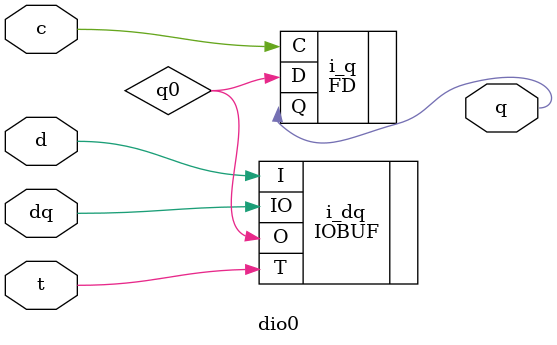
<source format=v>
/*
** -----------------------------------------------------------------------------**
** ioports353.v
**
** I/O pads related circuitry
**
** Copyright (C) 2002-2008 Elphel, Inc.
**
** -----------------------------------------------------------------------------**
**  This file is part of X353
**  X353 is free software - hardware description language (HDL) code.
** 
**  This program is free software: you can redistribute it and/or modify
**  it under the terms of the GNU General Public License as published by
**  the Free Software Foundation, either version 3 of the License, or
**  (at your option) any later version.
**
**  This program is distributed in the hope that it will be useful,
**  but WITHOUT ANY WARRANTY; without even the implied warranty of
**  MERCHANTABILITY or FITNESS FOR A PARTICULAR PURPOSE.  See the
**  GNU General Public License for more details.
**
**  You should have received a copy of the GNU General Public License
**  along with this program.  If not, see <http://www.gnu.org/licenses/>.
** -----------------------------------------------------------------------------**
**
*/
`timescale 1 ns / 1 ps

module dmapads (dreq0,dack0,idreq0,idack0,dreq1,dack1,idreq1,idack1);
	output	dreq0,dreq1;
	input	dack0,dack1;
	input	idreq0,idreq1;
	output	idack0,idack1;
	OBUF i_dreq0 (.I(idreq0), .O(dreq0));

     IBUF  i_dack0 (.I(dack0),  .O(idack0));
	OBUF i_dreq1 (.I(idreq1), .O(dreq1));
     IBUF      i_dack1 (.I(dack1),  .O(idack1));
endmodule




module i2cpads (sda,scl,sda_o,sda_i,sda_en,scl_o,scl_i,scl_en);
	inout		sda;
	inout		scl;
	input		sda_o;
	input		sda_en;
	output	sda_i;
	input		scl_o;
	input		scl_en;
	output	scl_i;
 IOBUF i_sda0 (.I(sda_o), .T(!sda_en), .O(sda_i), .IO(sda));
 IOBUF i_scl0 (.I(scl_o), .T(!scl_en), .O(scl_i), .IO(scl));
endmodule

module sysinterface(clk,
                    drv_bus,            // drive system bus (to write to system memory)
                    d,                  // 32 bit D[31:0] data pads
                    oe,                 // OE pad
                    ce,                 // CE pad (zero wait states)
                    ce1,                // CE1 pad (EW=1)
                    we,                 // WE pad
                    a,                  // 13 bit A[12:0] pads
                    iod,                // internal 32-bit data out (FPGA->CPU) bus
// as of v. 03533016 idi[31:16] is valid with da_*, twr_* and one cycle after,
// idi[15:0] is multiplexed: withda_*, twr_*it has di[15:0], next cycle = di[31:16]
                    idi,                // internal 32-bit data in, synchronous to clk
                    ia,                 // internal 8-bit address bus (fast - directly from I/O pads)
                    as,                 // internal 8-bit address bus (synchronized to clk)
                    am,                 // multiplexed addr - switching between ia and as
                    wnr,                // write/not read, sync with clk
                    da_ctl,             // WE to control 32-bit register (1 loc)
                    da_dmamode,         // select writing to dma_cntr/dma_raw (1 loc)
                    da_sensormode,      // select writing to sensorpix (1 loc)
                    da_virttrig,        // write virtual trigger threshold
                    da_sensortrig,      // sensor control: bit0 continuous, bit1 - external, bit2 - enable
                    da_sensortrig_lines,// write number of lines to be transferred in a frame (or aftre trigger)
                    da_dswe,            // select reading/writing to mcontr (16 locations)
                    da_init_ch3,        // write to init cnhannel 3 (will reset address r/w)
                    da_next_ch3,        // advance to the next channel3 page, reset address
                    da_mem,             // read/write to SDRAM buffer, autoincrement address
                                        // in read mode - needs CE1 to autoincrement!
                    da_hist,            // 0x40..0x43  write/read histogram related data/registers
                                        // 40 - {top, left}
                                        // 41 - {height-1, width-1}
                                        // 42 - hist. data start address (will also read pointed word to output word
                                        // 43 - read histogram (with CE1 to autoincrement)
                    da_pre_hist,        // wire - ahead of da_hist
                    da_rtc,             // 44 - write microseconds (actual write will happen after writing seconds)
                                        // 45 - write seconds
                                        // 46 - write correction (16 bit, signed
                                        // 47 - nop, just latch the output 32+20 bits to read to CPU). Maybe nop (or 2 writes) are needed between read.
                    da_timestamp,       // 48 - write timesatmp mode (0 - off, 1 - normal frames, 1 photo-finish)
                    da_sens_dc,         // write clock divisor for sensor DCDC converter
                    da_interrupts,      // interrupt control 0x1c..0x1f
                    da_compressor,      // 0x0c - 0x0f - will be farther decoded in the compressor module
                    da_dcm,             // tune SDRAM clock
                    da_saturation,      // write color saturation vaues (currently 10 bits
                    da_framesync_dly,
                    da_io_pins,         // write i/o pins control (for 6 pins to connector J2) - 0x70
                    da_pio_dmafifo,     // increment address of the DMA FIFO(S) (PIO mode should be enabled in the desired channel)
                    da_xjtag,           // write to external (sensor board) JTAG
						  da_extsync,         // control of external sync module 0x78 - 0x7b
						  da_i2c,             // i2c_writeonly control (0x50 - 0x5f)
						  da_irq_smart,       // single IRQ control (0x1a)
                    ta,                 // [10:0] table address - will be valid at twr_xx and one cycle beforfe (@ negedge clk)
                    twr_quant,          // write enable to quantization table (@negedge clk - addr and data valid this cycle and one before)
                    twr_huff,           // write enable to huffman table (@negedge clk - addr and data valid this cycle and one before)
                    twr_gamma,          // write enable to "gamma" table (@negedge clk - addr and data valid this cycle and one before)
                    twr_focus,          // write enable to "focus" table (@negedge clk - addr and data valid this cycle and one before)
                    dcmrst,             // (emergency)async DCM reset Seems SE hangs if the frequency changed on the fly
//                    goe                 //global clock- OE
                    ioe                 // OE after IBUF
                    );
    input            clk;
    input            drv_bus;
    inout	[31:0]	d;
    input				oe;
    input				ce;
    input				ce1;
    input				we;
    inout	[12:0]	a;
    input	[31:0]	iod;
    output	[31:0]	idi;
    output	 [7:0]	ia;
    output	 [7:0]	as; // output clock-synchronous address
    output   [7:0]   am;
    output           wnr;
    output  [11:0]   ta;
    output           twr_quant;
    output           twr_huff;
    output           twr_gamma;
	 output           twr_focus;

    output           da_ctl;				// WE to control 32-bit register (1 loc)
    output           da_dmamode;			// select writing to dma_cntr/dma_raw (1 loc)
    output           da_sensormode;		// select writing to sensorpix (1 loc)
    output           da_virttrig;		// write virtual trigger threshold
    output           da_sensortrig;		// sensor control: bit0 continuous, bit1 - external, bit2 - enable
    output           da_sensortrig_lines;	// write number of lines to be transferred in a frame (or aftre trigger)
    output           da_dswe;				// select reading/writing to mcontr (16 locations)
    output           da_init_ch3;      // write to init cnhannel 3 (will reset address r/w)
    output           da_next_ch3;      // advance to the next channel3 page, reset address
    output           da_mem;				// read/write to SDRAM buffer, autoincrement address
                                       // in read mode - needs CE1 to autoincrement!
    output           da_sens_dc;			// write clock divisor for sensor DCDC converter
    output           da_interrupts;    // interrupt mask
    output           da_compressor;    // 0x0c - 0x0f - will be farther decoded in the compressor module
    output           da_dcm;           // tune SDRAM clock
    output           da_saturation;    // write color saturation vaues (currently 10 bits
    output           da_hist;			   // write/read histogram related data/registers
    output           da_pre_hist;
    output           da_framesync_dly;
    output           da_io_pins;         // write i/o pins control (for 6 pins to connector J2) - 0x70
    
	 output           da_rtc;
    output           da_timestamp;       // 48 - write timesatmp mode (0 - off, 1 - normal frames, 1 photo-finish)
    output           dcmrst;             // async
    output           da_pio_dmafifo;     // increment address of the DMA FIFO(S) (PIO mode should be enabled in the desired channel)
    output           da_xjtag;           // write to external (sensor board) JTAG
	 output           da_extsync;         // control of external sync module 0x78 - 0x7b
	 output           da_i2c;             // i2c_writeonly control (0x50 - 0x5f)
	 output           da_irq_smart;       // single IRQ control (0x1a)
	 
//    output           goe;
    output           ioe;
     reg             dcmrst;
	 wire				cwr;
	 wire				iwe;
	 reg	[31:0]	idi;
	 wire				t;
	 wire				ioe;
	 wire				ice;
	 wire				ice1;

    wire          irnw; 

    reg  [ 7:0]   a0; // sampled at posedge of oe/wr
    wire [ 7:0]   ial; // sampled at posedge of oe/wr

    reg           wnr0, wnr;
    wire [31:0]   id0; 
    reg  [ 7:0]   as; // output clock-synchronous address

   reg            da_ctl0,             da_ctl;				// WE to control 32-bit register (1 loc)
   reg            da_dmamode0,         da_dmamode;			// select writing to dma_cntr/dma_raw (1 loc)
   reg            da_sensormode0,      da_sensormode;		// select writing to sensorpix (1 loc)
   reg            da_virttrig0,        da_virttrig;		// write virtual trigger threshold
   reg            da_sensortrig0,      da_sensortrig;		// sensor control: bit0 continuous, bit1 - external, bit2 - enable
   reg            da_sensortrig_lines0,da_sensortrig_lines;	// write number of lines to be transferred in a frame (or aftre trigger)
   reg            da_dswe0,            da_dswe;				// select reading/writing to mcontr (16 locations)
   reg            da_init_ch30,        da_init_ch3;      // write to init cnhannel 3 (will reset address r/w)
   reg            da_next_ch30,        da_next_ch3;		// advance to the next channel3 page, reset address
   reg            da_mem0,             da_mem;				// read/write to SDRAM buffer, autoincrement address
   reg            da_sens_dc0,         da_sens_dc;			// write clock divisor for sensor DCDC converter
   reg            da_interrupts0,      da_interrupts;    // interrupt mask
   reg            da_compressor0,      da_compressor;    // 0x0c - 0x0f - will be farther decoded in the compressor module
   reg            da_dcm0,             da_dcm;           // tune SDRAM clock phase
   reg            da_table_a0,         da_table_a;       // write table address (internal)
   reg            da_saturation0,      da_saturation;    // write color saturation values
   reg            da_hist0,            da_hist;          // write/read histogram related data/registers
   reg            da_framesync_dly0,   da_framesync_dly;
   reg            da_io_pins0,         da_io_pins;       // write i/o pins control (for 6 pins to connector J2) - 0x70
   reg            da_rtc0,             da_rtc;
   reg            da_timestamp0,       da_timestamp;
   reg            da_pio_dmafifo0,     da_pio_dmafifo;   // increment address of the DMA FIFO(S) (PIO mode should be enabled in the desired channel)
   reg            da_xjtag0,           da_xjtag;         // write to external (sensor board) JTAG
	reg            da_extsync0,         da_extsync;       // control of external sync module 0x78 - 0x7b
	reg            da_i2c0,             da_i2c;           // i2c_writeonly control (0x50 - 0x5f)
	reg            da_irq_smart0,       da_irq_smart;     // single IRQ control (0x1a)	
   reg            twr0,                twr;              // write table data (address will be incremented 1 cycle after
//   reg            inc_ta;
   reg   [11:0]   pre_ta; // one cycle ahead of ta
   reg   [11:0]   ta;     // table address. valid with twr_* and 1 cycle after
   reg            twr_quant;
   reg            twr_huff;
   reg            twr_gamma;
	reg            twr_focus;


   wire  [7:0]    am;
   reg            wra; // to select source of as - for 2 cycles during sync write will use as, else - ia;
// inter-clock synchronization
   wire           sync0, sync1, sync2, sync3; 
	wire           da_pre_hist;
   assign         am[7:0]=wra?as[7:0]:ia[7:0];
	assign         da_pre_hist = sync2 && da_hist0;

    IBUF  i_oe   (.I(oe),   .O(ioe ));
     IBUF  i_ce   (.I(ce),   .O(ice ));
     IBUF  i_ce1  (.I(ce1),  .O(ice1));
 	ipadql	i_we (.g(cwr),.q(iwe),.qr(irnw),.d(we));

// negative pulse - with CE (zero w.s.) - only with WE, with CE1 (EW=1) - both WE and OE  
  BUFG  i_cwr	(.I((ice | iwe)  & (ice1 | (iwe & ioe))), .O(cwr));
   wire [12:0] ao=13'b0;
 	bpadql	i_a0 (.g(cwr),.q(ia[ 0]),.qr(ial[ 0]),.io(a[ 0]),.t(!drv_bus),.d(ao[ 0]));
 	bpadql	i_a1 (.g(cwr),.q(ia[ 1]),.qr(ial[ 1]),.io(a[ 1]),.t(!drv_bus),.d(ao[ 1]));
 	bpadql	i_a2 (.g(cwr),.q(ia[ 2]),.qr(ial[ 2]),.io(a[ 2]),.t(!drv_bus),.d(ao[ 2]));
 	bpadql	i_a3 (.g(cwr),.q(ia[ 3]),.qr(ial[ 3]),.io(a[ 3]),.t(!drv_bus),.d(ao[ 3]));
 	bpadql	i_a4 (.g(cwr),.q(ia[ 4]),.qr(ial[ 4]),.io(a[ 4]),.t(!drv_bus),.d(ao[ 4]));
 	bpadql	i_a5 (.g(cwr),.q(ia[ 5]),.qr(ial[ 5]),.io(a[ 5]),.t(!drv_bus),.d(ao[ 5]));
 	bpadql	i_a6 (.g(cwr),.q(ia[ 6]),.qr(ial[ 6]),.io(a[ 6]),.t(!drv_bus),.d(ao[ 6]));
 	bpadql	i_a7 (.g(cwr),.q(ia[ 7]),.qr(ial[ 7]),.io(a[ 7]),.t(!drv_bus),.d(ao[ 7]));
 	bpadql	i_a8 (.g(cwr),.q(),      .qr(),       .io(a[ 8]),.t(!drv_bus),.d(ao[ 8]));
 	bpadql	i_a9 (.g(cwr),.q(),      .qr(),       .io(a[ 9]),.t(!drv_bus),.d(ao[ 9]));
 	bpadql	i_a10(.g(cwr),.q(),      .qr(),       .io(a[10]),.t(!drv_bus),.d(ao[10]));
 	bpadql	i_a11(.g(cwr),.q(),      .qr(),       .io(a[11]),.t(!drv_bus),.d(ao[11]));
 	bpadql	i_a12(.g(cwr),.q(),      .qr(),       .io(a[12]),.t(!drv_bus),.d(ao[12]));

 // these signals will be valid after the end of the CPU r/w cycle 
  always @ (posedge cwr) begin
    a0[7:0]<=ial[7:0];    // may want to change to just ia if ia will be late enough;
    wnr0   <=~irnw;
    da_ctl0             <= (ial[7:0]==8'h00);  // 0x00 WE to control 32-bit register (1 loc)
    da_dmamode0         <= (ial[7:0]==8'h01);  // 0x01 select writing to dma_cntr/dma_raw (1 loc)
    da_sensormode0      <= (ial[7:0]==8'h02);  // 0x02 select writing to sensorpix (1 loc)
    da_virttrig0        <= (ial[7:0]==8'h03);  // 0x03 write virtual trigger threshold
    da_sensortrig0      <= (ial[7:0]==8'h04);  // 0x04 select writing to sensorpix (1 loc)
    da_sensortrig_lines0<= (ial[7:0]==8'h05);  // 0x05 write number of lines to be transferred in a frame (or aftre trigger)
    da_dswe0            <= (ial[7:4]==4'h2 );  // 0x2x select reading/writing to mcontr (16 locations)
    da_init_ch30        <= (ial[7:0]==8'h2c);  // 0x2c write to init cnhannel 3 (will reset address r/w)
    da_next_ch30        <= (ial[7:0]==8'h2f);  // 0x2f advance to the next channel3 page, reset address
    da_mem0             <= (ial[7:0]==8'h30);  // 0x30 read/write to SDRAM buffer, autoincrement address
    da_sens_dc0         <= (ial[7:0]==8'h07);  // 0x07 write to sensor DCDC converter frequency divider
//    da_interrupts0      <= (ial[7:0]==8'h06);  // interrupt mask
//assign dcmrst=!iwe && !ice &&(ia[7:0]==8'h1b);//0x1b  async signal to restart DCMs
    dcmrst     <= ~irnw && (ial[7:0]==8'h1b);  // 0x1b  async signal to restart DCMs
    da_interrupts0      <= (ial[7:2]==6'h07);  // 0x1c..0x1f interrup control
    da_compressor0      <= (ial[7:1]==7'h06);  // 0x0c..0x0d - will be farther decoded in the compressor module
    da_table_a0         <= (ial[7:0]==8'h0e);  // 0x0e - write tables address
    twr0                <= (ial[7:0]==8'h0f);  // 0x0f - write tables data
    da_dcm0             <= (ial[7:0]==8'h08);  // 0x08  tune SDRAM clock phase
    da_saturation0      <= (ial[7:0]==8'h09);  // 0x09  write color saturation values
    da_hist0            <= (ial[7:2]==6'h10);  // 0x40..0x43write/read histogram related data/registers
    da_framesync_dly0   <= (ial[7:0]==8'h0a);  // 0x0a  write frame sync interrupt delay (in scan lines)

    da_io_pins0         <= (ial[7:0]==8'h70);  // 0x70  write i/o pins control (for 6 pins to connector J2) - 0x70
    da_rtc0             <= (ial[7:2]==6'h11);  // 0x44..0x47
    da_timestamp0       <= (ial[7:0]==8'h48);  // 0x48  write timestamp mode
    da_pio_dmafifo0     <= irnw && (ial[7:4]==4'h0);  // 0x0..0x0f, read 
    da_xjtag0           <= (ial[7:0]==8'h74);  // write to external (sensor board) JTAG
	 da_extsync0         <= (ial[7:2]==6'h1e);  // control of external sync module 0x78 - 0x7b
	 da_i2c0             <= (ial[7:4]==4'h5);   // control of external sync module 0x50 - 0x5f
    da_irq_smart0       <= (ial[7:0]==8'h1a);  // single IRQ control (0x1a)	
	 
//da_rtc
  end
//  assign dcmrst=!iwe && !ice && (ia[7:0]==8'h1b); //0x1b async signal to restart DCMs
// inter-clock synchronization
   FDCE i_sync0 (.Q(sync0),.C(cwr),.CE(1'b1),.CLR(sync2),.D(1'b1));
   FD_1 i_sync1 (.Q(sync1),.C(clk),.D(sync0 && ! sync1));
   FD   i_sync2 (.Q(sync2),.C(clk),.D(sync1));
   FD_1 i_sync3 (.Q(sync3),.C(clk),.D(sync2));
  always @ (negedge clk) if (!sync3) begin // could use sync2, but let's leave room for duplication of sync3
    as[7:0]            <= a0[7:0];
    wnr                <= wnr0;
//    idi[31:0]          <= id0[31:0];
    wra                <= sync2 && wnr0;
  end
  
  always @ (negedge clk) begin
    idi[31:0]          <= sync3?{idi[31:16],idi[31:16]}:id0[31:0];
    da_ctl             <= sync2 && da_ctl0;
    da_dmamode         <= sync2 && da_dmamode0;
    da_sensormode      <= sync2 && da_sensormode0;
    da_virttrig        <= sync2 && da_virttrig0;
    da_sensortrig      <= sync2 && da_sensortrig0;
    da_sensortrig_lines<= sync2 && da_sensortrig_lines0;
    da_dswe            <= sync2 && da_dswe0;
    da_init_ch3        <= sync2 && da_init_ch30;
    da_next_ch3        <= sync2 && da_next_ch30;
    da_mem             <= sync2 && da_mem0;
    da_sens_dc         <= sync2 && da_sens_dc0;
    da_interrupts      <= sync2 && da_interrupts0;
    da_compressor      <= sync2 && da_compressor0;
    da_dcm             <= sync2 && da_dcm0;
    da_saturation      <= sync2 && da_saturation0;
    twr                <= sync2 && twr0;
    da_table_a         <= sync2 && da_table_a0;
    da_framesync_dly   <= sync2 && da_framesync_dly0;
        
    da_io_pins         <= sync2 && da_io_pins0;

	 if (da_table_a)  pre_ta[11:0]<= idi[11:0];
    else if (twr)    pre_ta[11:0]<= pre_ta[11:0]+1;
	 ta[11:0]           <= pre_ta[11:0];

    twr_quant          <= sync2 && twr0 && (pre_ta[11: 9]  ==3'h0);
    twr_huff           <= sync2 && twr0 && (pre_ta[11: 9]  ==3'h1);
    twr_gamma          <= sync2 && twr0 && (pre_ta[11:10]  ==2'h1); // 3'h2..3'h3
    twr_focus          <= sync2 && twr0 && (pre_ta[11:10]  ==2'h2); // 3'h4..3'h5
	 
	 
    da_hist            <= sync2 && da_hist0;
    da_rtc             <= sync2 && da_rtc0;
    da_timestamp       <= sync2 && da_timestamp0;
    da_pio_dmafifo     <= sync2 && da_pio_dmafifo0;
    da_xjtag           <= sync2 && da_xjtag0;
	 da_extsync         <= sync2 && da_extsync0;
	 da_i2c             <= sync2 && da_i2c0;
    da_irq_smart       <= sync2 && da_irq_smart0;

  end



//  assign		t= ((ice & ice1) | ioe) & iinta;
//  assign		t= ioe?iinta:(iinta & ice & ice1);
//  MUXF6 i_dataouten ( .I0(iinta & ice & ice1), .I1(iinta), .S(ioe), .O(t));
//  LUT4 i_dataouten ( .I0(iinta), .I1(ice1), .I2(ice), .I3(ioe), .O(t));
  LUT4 i_dataouten ( .I0(1'b1), .I1(ice1), .I2(ice), .I3(ioe), .O(t));
//synthesis translate_off
    defparam i_dataouten.INIT = 16'hAA80;
//synthesis translate_on
//synthesis attribute INIT of i_dataouten  is "AA80" 

dpads32 i_dmapads32(.c(cwr),.t(t),.d(iod[31:0]),.q(id0[31:0]),.dq(d[31:0]));
endmodule

module dpads32(c,t,d,q,dq);
   input c,t;
   input  [31:0] d;
   output [31:0] q;
   inout  [31:0] dq;
   wire t0, t1;
// synthesis attribute KEEP_HIERARCHY of i_t0 is true
// synthesis attribute KEEP_HIERARCHY of i_t1 is true
 BUF i_t0   (.I(t), .O(t0));
 BUF i_t1   (.I(t), .O(t1));
 	dio1	i_d0  (.c(c),.t(t0),.d(d[ 0]),.q(q[ 0]),.dq(dq[ 0]));
	dio1	i_d1  (.c(c),.t(t0),.d(d[ 1]),.q(q[ 1]),.dq(dq[ 1]));
	dio1	i_d2  (.c(c),.t(t0),.d(d[ 2]),.q(q[ 2]),.dq(dq[ 2]));
	dio1	i_d3  (.c(c),.t(t0),.d(d[ 3]),.q(q[ 3]),.dq(dq[ 3]));
	dio1	i_d4  (.c(c),.t(t0),.d(d[ 4]),.q(q[ 4]),.dq(dq[ 4]));
	dio1	i_d5  (.c(c),.t(t0),.d(d[ 5]),.q(q[ 5]),.dq(dq[ 5]));
	dio1	i_d6  (.c(c),.t(t0),.d(d[ 6]),.q(q[ 6]),.dq(dq[ 6]));
	dio1	i_d7  (.c(c),.t(t0),.d(d[ 7]),.q(q[ 7]),.dq(dq[ 7]));
	dio1	i_d8  (.c(c),.t(t0),.d(d[ 8]),.q(q[ 8]),.dq(dq[ 8]));
	dio1	i_d9  (.c(c),.t(t0),.d(d[ 9]),.q(q[ 9]),.dq(dq[ 9]));
	dio1	i_d10 (.c(c),.t(t1),.d(d[10]),.q(q[10]),.dq(dq[10]));
	dio1	i_d11 (.c(c),.t(t1),.d(d[11]),.q(q[11]),.dq(dq[11]));
	dio1	i_d12 (.c(c),.t(t1),.d(d[12]),.q(q[12]),.dq(dq[12]));
	dio1	i_d13 (.c(c),.t(t1),.d(d[13]),.q(q[13]),.dq(dq[13]));
	dio1	i_d14 (.c(c),.t(t1),.d(d[14]),.q(q[14]),.dq(dq[14]));
	dio1	i_d15 (.c(c),.t(t1),.d(d[15]),.q(q[15]),.dq(dq[15]));
	dio1	i_d16 (.c(c),.t(t1),.d(d[16]),.q(q[16]),.dq(dq[16]));
	dio1	i_d17 (.c(c),.t(t0),.d(d[17]),.q(q[17]),.dq(dq[17]));
	dio1	i_d18 (.c(c),.t(t1),.d(d[18]),.q(q[18]),.dq(dq[18]));
	dio1	i_d19 (.c(c),.t(t1),.d(d[19]),.q(q[19]),.dq(dq[19]));
	dio1	i_d20 (.c(c),.t(t1),.d(d[20]),.q(q[20]),.dq(dq[20]));
	dio1	i_d21 (.c(c),.t(t1),.d(d[21]),.q(q[21]),.dq(dq[21]));
	dio1	i_d22 (.c(c),.t(t0),.d(d[22]),.q(q[22]),.dq(dq[22]));
	dio1	i_d23 (.c(c),.t(t1),.d(d[23]),.q(q[23]),.dq(dq[23]));
	dio1	i_d24 (.c(c),.t(t0),.d(d[24]),.q(q[24]),.dq(dq[24]));
	dio1	i_d25 (.c(c),.t(t1),.d(d[25]),.q(q[25]),.dq(dq[25]));
	dio1	i_d26 (.c(c),.t(t0),.d(d[26]),.q(q[26]),.dq(dq[26]));
	dio1	i_d27 (.c(c),.t(t0),.d(d[27]),.q(q[27]),.dq(dq[27]));
	dio1	i_d28 (.c(c),.t(t0),.d(d[28]),.q(q[28]),.dq(dq[28]));
	dio1	i_d29 (.c(c),.t(t0),.d(d[29]),.q(q[29]),.dq(dq[29]));
	dio1	i_d30 (.c(c),.t(t1),.d(d[30]),.q(q[30]),.dq(dq[30]));
	dio1	i_d31 (.c(c),.t(t1),.d(d[31]),.q(q[31]),.dq(dq[31]));

endmodule


module sddrio16(c0,/*c90,*/c270,d,t,q,dq);  //added an extra FF for the t signal
    input c0,/*c90,*/c270;
    input [31:0] d;
    input t;
    output [31:0] q;
    inout [15:0] dq;
    wire [31:0] q;
    sddrio0 i_dq0  (.c0(c0),/*.c90(c90),*/.c270(c270),.d({d[16],d[ 0]}),.t(t),.q({q[16],q[ 0]}),.dq(dq[ 0]));
    sddrio0 i_dq1  (.c0(c0),/*.c90(c90),*/.c270(c270),.d({d[17],d[ 1]}),.t(t),.q({q[17],q[ 1]}),.dq(dq[ 1]));
    sddrio0 i_dq2  (.c0(c0),/*.c90(c90),*/.c270(c270),.d({d[18],d[ 2]}),.t(t),.q({q[18],q[ 2]}),.dq(dq[ 2]));
    sddrio0 i_dq3  (.c0(c0),/*.c90(c90),*/.c270(c270),.d({d[19],d[ 3]}),.t(t),.q({q[19],q[ 3]}),.dq(dq[ 3]));
    sddrio0 i_dq4  (.c0(c0),/*.c90(c90),*/.c270(c270),.d({d[20],d[ 4]}),.t(t),.q({q[20],q[ 4]}),.dq(dq[ 4]));
    sddrio0 i_dq5  (.c0(c0),/*.c90(c90),*/.c270(c270),.d({d[21],d[ 5]}),.t(t),.q({q[21],q[ 5]}),.dq(dq[ 5]));
    sddrio0 i_dq6  (.c0(c0),/*.c90(c90),*/.c270(c270),.d({d[22],d[ 6]}),.t(t),.q({q[22],q[ 6]}),.dq(dq[ 6]));
    sddrio0 i_dq7  (.c0(c0),/*.c90(c90),*/.c270(c270),.d({d[23],d[ 7]}),.t(t),.q({q[23],q[ 7]}),.dq(dq[ 7]));
    sddrio0 i_dq8  (.c0(c0),/*.c90(c90),*/.c270(c270),.d({d[24],d[ 8]}),.t(t),.q({q[24],q[ 8]}),.dq(dq[ 8]));
    sddrio0 i_dq9  (.c0(c0),/*.c90(c90),*/.c270(c270),.d({d[25],d[ 9]}),.t(t),.q({q[25],q[ 9]}),.dq(dq[ 9]));
    sddrio0 i_dq10 (.c0(c0),/*.c90(c90),*/.c270(c270),.d({d[26],d[10]}),.t(t),.q({q[26],q[10]}),.dq(dq[10]));
    sddrio0 i_dq11 (.c0(c0),/*.c90(c90),*/.c270(c270),.d({d[27],d[11]}),.t(t),.q({q[27],q[11]}),.dq(dq[11]));
    sddrio0 i_dq12 (.c0(c0),/*.c90(c90),*/.c270(c270),.d({d[28],d[12]}),.t(t),.q({q[28],q[12]}),.dq(dq[12]));
    sddrio0 i_dq13 (.c0(c0),/*.c90(c90),*/.c270(c270),.d({d[29],d[13]}),.t(t),.q({q[29],q[13]}),.dq(dq[13]));
    sddrio0 i_dq14 (.c0(c0),/*.c90(c90),*/.c270(c270),.d({d[30],d[14]}),.t(t),.q({q[30],q[14]}),.dq(dq[14]));
    sddrio0 i_dq15 (.c0(c0),/*.c90(c90),*/.c270(c270),.d({d[31],d[15]}),.t(t),.q({q[31],q[15]}),.dq(dq[15]));
// synthesis attribute KEEP_HIERARCHY of i_dq0  is "TRUE"
// synthesis attribute KEEP_HIERARCHY of i_dq1  is "TRUE"
// synthesis attribute KEEP_HIERARCHY of i_dq2  is "TRUE"
// synthesis attribute KEEP_HIERARCHY of i_dq3  is "TRUE"
// synthesis attribute KEEP_HIERARCHY of i_dq4  is "TRUE"
// synthesis attribute KEEP_HIERARCHY of i_dq5  is "TRUE"
// synthesis attribute KEEP_HIERARCHY of i_dq6  is "TRUE"
// synthesis attribute KEEP_HIERARCHY of i_dq7  is "TRUE"
// synthesis attribute KEEP_HIERARCHY of i_dq8  is "TRUE"
// synthesis attribute KEEP_HIERARCHY of i_dq9  is "TRUE"
// synthesis attribute KEEP_HIERARCHY of i_dq10 is "TRUE"
// synthesis attribute KEEP_HIERARCHY of i_dq11 is "TRUE"
// synthesis attribute KEEP_HIERARCHY of i_dq12 is "TRUE"
// synthesis attribute KEEP_HIERARCHY of i_dq13 is "TRUE"
// synthesis attribute KEEP_HIERARCHY of i_dq14 is "TRUE"
// synthesis attribute KEEP_HIERARCHY of i_dq15 is "TRUE"
endmodule
// Made for CL=2.5
// all data to write is expected to be sync to posedge of c0 - phase=0,
// data to sdram is clocked at c270 (LSW) and c90 (MSW)
// MSB will be delayed by half-cycle internally
// tristate will be clocked at rising edge of c270
// All data read will be also sync to rising edge of c0 (LSB will be delayed internally)

module sddrio0(c0,/*c90,*/c270,d,t,q,dq); // made for CL=2.5, LSB first - c0 falling edge is before rising, gets LSB
    input       c0,/*c90,*/c270;
    input  [1:0] d;
    input        t;
    output [1:0] q;
    inout        dq;

  wire dr,t0,t1,tr,qp,q00,d1d;
  wire [1:0] d0;

  FD    i_d00 (.C(c0),  .D(d[0]), .Q(d0[0]));  //regular FF, not IOB
  FD    i_d01 (.C(c0),  .D(d[1]), .Q(d0[1]));  //regular FF, not IOB
  FD    i_d1d (.C(c270),.D(d0[1]),.Q(d1d));    //regular FF, not IOB

  FD_1 i_q0  (.C(c0),.D(q00),.Q(q[0]));  //regular FF, not IOB
  IOBUF i_dq (.I(dr), .T(tr),.O(qp), .IO(dq));
  FDDRCPE i_dr (.Q(dr),.C0(c270),.C1(!c270),.D0(d0[0]),.D1(d1d),.CE(1'b1),.CLR(1'b0),.PRE(1'b0));
  FD_1 i_t0 (.C(c0), .D(t), .Q(t0));
  FD i_t1 (.C(c0), .D(t0), .Q(t1));
  FD i_tr (.C(c270), .D(t1), .Q(tr));
  IDDR2 i_qq(.Q0(q00),.Q1(q[1]),.C0(c0),.C1(!c0),.CE(1'b1), .D(qp), .R(1'b0), .S(1'b0) );	 
// synthesis translate_off
    defparam i_t0.INIT = 1'b1;
    defparam i_t1.INIT = 1'b1;
    defparam i_tr.INIT = 1'b1;
// synthesis translate_on
// synthesis attribute INIT of i_t0 is "1" 
// synthesis attribute INIT of i_t1 is "1" 
// synthesis attribute INIT of i_tr is "1" 

// synthesis attribute IOB of i_dr is "TRUE"
// synthesis attribute IOB of i_tr is "TRUE"
// synthesis attribute NODELAY of i_dq is "TRUE"
endmodule


module dqs2 (c0,/*c90,*/c270,
             t,          // 1.5 cycles before cmd "write" sent out to the SDRAM, sync to sclk180
             UDQS,        // UDQS I/O pin
             LDQS,        // LDQS I/O pin
             udqsr90,    // data from SDRAM interface pin UDQS strobed at rising sclk90
             ldqsr90,    // data from SDRAM interface pin LDQS strobed at rising sclk90
             udqsr270,   // data from SDRAM interface pin UDQS strobed at rising sclk270
             ldqsr270   // data from SDRAM interface pin UDQS strobed at rising sclk270
             );
    input c0,/*c90,*/c270,t;
    inout UDQS, LDQS;
    output udqsr90,ldqsr90,udqsr270,ldqsr270;
    wire  t0,t1,t2,tr;
    FD_1    i_t0 (.C(c0),.D(t),.Q(t0));
    FD      i_t1 (.C(c0),.D(t0),.Q(t1));
    FD      i_t2 (.C(c270),.D(t0),.Q(t2));
//    FDDRCPE i_tr (.Q(tr),.C0(c0),.C1(c270),.D0(t),.D1(t | t0),.CE(1'b1),.CLR(1'b0),.PRE(1'b0));
//    FDDRCPE i_tr (.Q(tr),.C0(c0),.C1(c270),.D0(t0),.D1(t0 | t1),.CE(1'b1),.CLR(1'b0),.PRE(1'b0));
//    assign tr= t1 || t2;   // ************** try this later if delays will be too high ***********************
    assign tr= t1;
    dqs2_0 i_dqsu(.c0(c0),/*.c90(c90),*/.c270(c270),.t(tr),.q({udqsr270,udqsr90}),.dq(UDQS));
    dqs2_0 i_dqsl(.c0(c0),/*.c90(c90),*/.c270(c270),.t(tr),.q({ldqsr270,ldqsr90}),.dq(LDQS));
// synthesis translate_off
    defparam i_t0.INIT = 1'b1;
    defparam i_t1.INIT = 1'b1;
    defparam i_t2.INIT = 1'b1;
// synthesis translate_on
// synthesis attribute INIT of i_t0 is "1" 
// synthesis attribute INIT of i_t1 is "1" 
// synthesis attribute INIT of i_t2 is "1" 
// synthesis attribute KEEP_HIERARCHY of i_t0 is "TRUE"
// synthesis attribute KEEP_HIERARCHY of i_tr is "TRUE"
endmodule

module dqs2_0(c0,/*c90,*/c270,t,q,dq);
    input       c0,/*c90,*/c270;
    input        t;
    output [1:0] q;
    inout        dq;

  wire qp;
  wire virtc0; // sync to c0

  IOBUF i_dq (.I(virtc0), .T(t),.O(qp), .IO(dq));

// reset DQS when tristated
  FDDRCPE i_dr (.Q(virtc0),.C0(c0),.C1(!c0),.D0(1'b1),.D1(1'b0),.CE(1'b1),.CLR(t),.PRE(1'b0));




// as in  IFDDRCPE.v
//    FDCPE i_q0 (.C(c90), .CE(1'b1),.CLR(1'b0),.D(qp),.PRE(1'b0),.Q(q[0]));
    FDCPE_1 i_q0 (.C(c270), .CE(1'b1),.CLR(1'b0),.D(qp),.PRE(1'b0),.Q(q[0]));
    defparam i_q0.INIT = 1'b0;
    FDCPE i_q1 (.C(c270),.CE(1'b1),.CLR(1'b0),.D(qp),.PRE(1'b0),.Q(q[1]));
//    defparam i_q1.INIT = 1'b0;
// synthesis attribute IOB of i_q0 is "TRUE"
// synthesis attribute IOB of i_q1 is "TRUE"
// synthesis attribute FAST of i_dq is "TRUE"
// synthesis attribute NODELAY of i_dq is "TRUE"


endmodule

//both bits are strobed at rising c270
module sddrdm(c0,/*c90,*/c270,d,dq);
    input       c0,/*c90,*/c270;
    input  [1:0] d;
    inout        dq;
sddrdm0 i_dq (.c0(c0),/*.c90(c90),*/.c270(c270),.d(d),.dq(dq));
// synthesis attribute KEEP_HIERARCHY of i_dq is "TRUE"
endmodule

module sddrdm0(c0,/*c90,*/c270,d,dq);
    input       c0,/*c90,*/c270;
    input  [1:0] d;
    output      dq;

  wire dr,d1d;
  wire [1:0] d0;
  OBUF i_dq (.I(dr), .O(dq));
//  FDDRCPE i_dr (.Q(dr),.C0(c270),.C1(c90),.D0(d0[0]),.D1(d1d),.CE(1'b1),.CLR(1'b0),.PRE(1'b0));
  FDDRCPE i_dr (.Q(dr),.C0(c270),.C1(!c270),.D0(d0[0]),.D1(d1d),.CE(1'b1),.CLR(1'b0),.PRE(1'b0));
  FD    i_d00(.C(c0),.D(d[0]),.Q(d0[0])); //regular FF, not IOB
  FD    i_d01(.C(c0),.D(d[1]),.Q(d0[1])); //regular FF, not IOB
  FD    i_d1d(.C(c270),.D(d0[1]),.Q(d1d)); //regular FF, not IOB
// synthesis attribute IOB of i_dr is "TRUE"
// synthesis attribute NODELAY of i_dq is "TRUE"
endmodule




// SDRAM address and ras/cas/we
module sdo15_2(c,d,q);		// inputs at rising edge, resyncs to falling edge, all go high at reset
    input c;
    input  [14:0] d;
    output [14:0] q;
 sdo1_2 i_q0  (.c(c),.d(d[ 0]),.q(q[ 0]));
 sdo1_2 i_q1  (.c(c),.d(d[ 1]),.q(q[ 1]));
 sdo1_2 i_q2  (.c(c),.d(d[ 2]),.q(q[ 2]));
 sdo1_2 i_q3  (.c(c),.d(d[ 3]),.q(q[ 3]));
 sdo1_2 i_q4  (.c(c),.d(d[ 4]),.q(q[ 4]));
 sdo1_2 i_q5  (.c(c),.d(d[ 5]),.q(q[ 5]));
 sdo1_2 i_q6  (.c(c),.d(d[ 6]),.q(q[ 6]));
 sdo1_2 i_q7  (.c(c),.d(d[ 7]),.q(q[ 7]));
 sdo1_2 i_q8  (.c(c),.d(d[ 8]),.q(q[ 8]));
 sdo1_2 i_q9  (.c(c),.d(d[ 9]),.q(q[ 9]));
 sdo1_2 i_q10 (.c(c),.d(d[10]),.q(q[10]));
 sdo1_2 i_q11 (.c(c),.d(d[11]),.q(q[11]));
 sdo1_2 i_q12 (.c(c),.d(d[12]),.q(q[12]));
 sdo1_2 i_q13 (.c(c),.d(d[13]),.q(q[13]));
 sdo1_2 i_q14 (.c(c),.d(d[14]),.q(q[14]));
endmodule

module sdo1_2(c,d,q); // input at rising edge, resyncs to falling
    input c;
    input  d;
    output q;
 sdo0_2	i_q  (.c(c),.d(d),.q(q));
// synthesis attribute KEEP_HIERARCHY of i_q  is "TRUE"
endmodule

module sdo0_2(c,d,q); // input at rising edge, resyncs to falling, initializes to "1"
    input c;
    input d;
    output q;
wire d0, dr;
OBUF i_q  (.I(dr), .O(q));
FD i_d0   (.C(c), .D(d), .Q(d0));
//FD_1 i_dr (.C(c), .D(d), .Q(dr));
FD_1 i_dr (.C(c), .D(d0), .Q(dr));
//synthesis translate_off
 defparam i_dr.INIT = 1'b1;
//synthesis translate_on
//synthesis attribute INIT of i_dr is "1" 
// synthesis attribute IOB of i_dr is "TRUE"
//synthesis attribute INIT of i_d0 is "1" 

endmodule


module ipadql(g,q,qr,d);  //
    input g;
    output q;
    output qr;
    input d;
	ipadql0 i_q (.g(g),.q(q),.qr(qr),.d(d));
// synthesis attribute KEEP_HIERARCHY of i_q is "TRUE"
endmodule


module ipadql0(g,q,qr,d);
    input g;
    output q;
    output qr;
    input d;
  IBUF  i_q (.I(d), .O(q));
  LD	  i_qr (.G(g), .D(q), .Q(qr));
// synthesis attribute IOB of i_qr is "TRUE"
// synthesis attribute NODELAY of i_q is "TRUE"

endmodule

module bpadql(g,q,qr,io,t,d);  //
    input g;
    output q;
    output qr;
    inout io;
    input t;
    input d;
	bpadql0 i_q (.g(g),.q(q),.qr(qr),.io(io),.t(t),.d(d));
// synthesis attribute KEEP_HIERARCHY of i_q is "TRUE"
endmodule


module bpadql0(g,q,qr,io,t,d);
    input g;
    output q;
    output qr;
    inout io;
    input t;
    input d;
  IOBUF i_q (.I(d), .T(t),.O(q), .IO(io));
  LD	  i_qr (.G(g), .D(q), .Q(qr));
// synthesis attribute IOB of i_qr is "TRUE"
// synthesis attribute NODELAY of i_q is "TRUE"

endmodule



module dio1(c,t,d,q,dq);
    input c;
    input t;
    input d;
    output q;
    inout dq;
	dio0 i_dq (.c(c),.t(t),.d(d),.q(q),.dq(dq));
// synthesis attribute KEEP_HIERARCHY of i_dq is "TRUE"
endmodule


module dio0(c,t,d,q,dq);
    input c;
    input t;
    input d;
    output q;
    inout dq;

	 wire q0;

  IOBUF i_dq (.I(d), .T(t),.O(q0), .IO(dq));
  FD    i_q  (.C(c), .D(q0), .Q(q));
// synthesis attribute IOB of i_q is "TRUE"
// synthesis attribute NODELAY of i_dq is "TRUE"

endmodule


</source>
